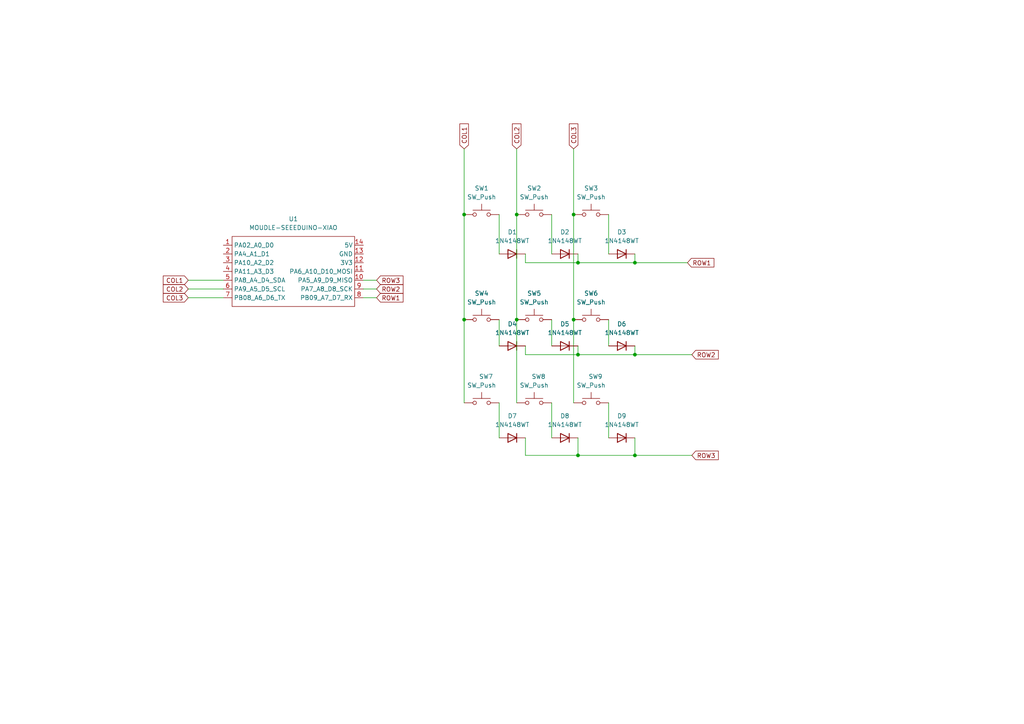
<source format=kicad_sch>
(kicad_sch (version 20230121) (generator eeschema)
  (paper "A4")
  (lib_symbols
    (symbol "Diode:1N4148WT" (pin_numbers hide) (pin_names hide)
      (property "Reference" "D" (at 0 2.54 0))
      (property "Value" "1N4148WT" (at 0 -2.54 0))
      (symbol "1N4148WT_0_1"
        (polyline (pts (xy -1.27 1.27) (xy -1.27 -1.27)) (stroke (width 0.254)))
        (polyline (pts (xy 1.27 0) (xy -1.27 0)))
        (polyline (pts (xy 1.27 1.27) (xy 1.27 -1.27) (xy -1.27 0) (xy 1.27 1.27)) (stroke (width 0.254)))
      )
      (symbol "1N4148WT_1_1"
        (pin passive line (at -3.81 0 0) (length 2.54) (name "K") (number "1"))
        (pin passive line (at 3.81 0 180) (length 2.54) (name "A") (number "2"))
      )
    )
    (symbol "Switch:SW_Push" (pin_numbers hide) (pin_names (offset 1.016) hide)
      (property "Reference" "SW" (at 1.27 2.54 0))
      (property "Value" "SW_Push" (at 0 -1.524 0))
      (symbol "SW_Push_0_1"
        (circle (center -2.032 0) (radius 0.508))
        (polyline (pts (xy 0 1.27) (xy 0 3.048)))
        (polyline (pts (xy 2.54 1.27) (xy -2.54 1.27)))
        (circle (center 2.032 0) (radius 0.508))
        (pin passive line (at -5.08 0 0) (length 2.54) (name "1") (number "1"))
        (pin passive line (at 5.08 0 180) (length 2.54) (name "2") (number "2"))
      )
    )
    (symbol "XIAO_RP2040:MOUDLE-SEEEDUINO-XIAO"
      (property "Reference" "U" (at -16.51 11.43 0))
      (property "Value" "MOUDLE-SEEEDUINO-XIAO" (at -3.81 -11.43 0))
      (symbol "MOUDLE-SEEEDUINO-XIAO_0_1"
        (rectangle (start -16.51 10.16) (end 19.05 -10.16))
      )
      (symbol "MOUDLE-SEEEDUINO-XIAO_1_1"
        (pin passive line (at -19.05 7.62 0) (length 2.54) (name "PA02_A0_D0") (number "1"))
        (pin passive line (at 21.59 -2.54 180) (length 2.54) (name "PA5_A9_D9_MISO") (number "10"))
        (pin passive line (at 21.59 0 180) (length 2.54) (name "PA6_A10_D10_MOSI") (number "11"))
        (pin passive line (at 21.59 2.54 180) (length 2.54) (name "3V3") (number "12"))
        (pin passive line (at 21.59 5.08 180) (length 2.54) (name "GND") (number "13"))
        (pin passive line (at 21.59 7.62 180) (length 2.54) (name "5V") (number "14"))
        (pin passive line (at -19.05 5.08 0) (length 2.54) (name "PA4_A1_D1") (number "2"))
        (pin passive line (at -19.05 2.54 0) (length 2.54) (name "PA10_A2_D2") (number "3"))
        (pin passive line (at -19.05 0 0) (length 2.54) (name "PA11_A3_D3") (number "4"))
        (pin passive line (at -19.05 -2.54 0) (length 2.54) (name "PA8_A4_D4_SDA") (number "5"))
        (pin passive line (at -19.05 -5.08 0) (length 2.54) (name "PA9_A5_D5_SCL") (number "6"))
        (pin passive line (at -19.05 -7.62 0) (length 2.54) (name "PB08_A6_D6_TX") (number "7"))
        (pin passive line (at 21.59 -7.62 180) (length 2.54) (name "PB09_A7_D7_RX") (number "8"))
        (pin passive line (at 21.59 -5.08 180) (length 2.54) (name "PA7_A8_D8_SCK") (number "9"))
      )
    )
  )
  (junction (at 184.15 102.87))
  (junction (at 167.64 132.08))
  (junction (at 167.64 76.2))
  (junction (at 166.37 92.71))
  (junction (at 149.86 62.23))
  (junction (at 134.62 62.23))
  (junction (at 184.15 76.2))
  (junction (at 167.64 102.87))
  (junction (at 134.62 92.71))
  (junction (at 166.37 62.23))
  (junction (at 149.86 92.71))
  (junction (at 184.15 132.08))
  (wire (pts (xy 166.37 92.71) (xy 166.37 62.23)))
  (wire (pts (xy 144.78 92.71) (xy 144.78 100.33)))
  (wire (pts (xy 149.86 62.23) (xy 149.86 92.71)))
  (wire (pts (xy 184.15 76.2) (xy 199.39 76.2)))
  (wire (pts (xy 144.78 62.23) (xy 144.78 73.66)))
  (wire (pts (xy 134.62 116.84) (xy 134.62 92.71)))
  (wire (pts (xy 105.41 83.82) (xy 109.22 83.82)))
  (wire (pts (xy 167.64 132.08) (xy 184.15 132.08)))
  (wire (pts (xy 167.64 102.87) (xy 184.15 102.87)))
  (wire (pts (xy 105.41 81.28) (xy 109.22 81.28)))
  (wire (pts (xy 54.61 86.36) (xy 64.77 86.36)))
  (wire (pts (xy 167.64 76.2) (xy 184.15 76.2)))
  (wire (pts (xy 134.62 92.71) (xy 134.62 62.23)))
  (wire (pts (xy 144.78 116.84) (xy 144.78 127)))
  (wire (pts (xy 54.61 81.28) (xy 64.77 81.28)))
  (wire (pts (xy 166.37 62.23) (xy 166.37 43.18)))
  (wire (pts (xy 184.15 132.08) (xy 200.66 132.08)))
  (wire (pts (xy 167.64 127) (xy 167.64 132.08)))
  (wire (pts (xy 152.4 102.87) (xy 167.64 102.87)))
  (wire (pts (xy 184.15 73.66) (xy 184.15 76.2)))
  (wire (pts (xy 167.64 100.33) (xy 167.64 102.87)))
  (wire (pts (xy 166.37 116.84) (xy 166.37 92.71)))
  (wire (pts (xy 149.86 43.18) (xy 149.86 62.23)))
  (wire (pts (xy 152.4 127) (xy 152.4 132.08)))
  (wire (pts (xy 152.4 73.66) (xy 152.4 76.2)))
  (wire (pts (xy 167.64 73.66) (xy 167.64 76.2)))
  (wire (pts (xy 184.15 102.87) (xy 200.66 102.87)))
  (wire (pts (xy 54.61 83.82) (xy 64.77 83.82)))
  (wire (pts (xy 176.53 62.23) (xy 176.53 73.66)))
  (wire (pts (xy 176.53 116.84) (xy 176.53 127)))
  (wire (pts (xy 152.4 76.2) (xy 167.64 76.2)))
  (wire (pts (xy 176.53 92.71) (xy 176.53 100.33)))
  (wire (pts (xy 134.62 62.23) (xy 134.62 43.18)))
  (wire (pts (xy 149.86 92.71) (xy 149.86 116.84)))
  (wire (pts (xy 160.02 92.71) (xy 160.02 100.33)))
  (wire (pts (xy 105.41 86.36) (xy 109.22 86.36)))
  (wire (pts (xy 184.15 100.33) (xy 184.15 102.87)))
  (wire (pts (xy 160.02 62.23) (xy 160.02 73.66)))
  (wire (pts (xy 160.02 116.84) (xy 160.02 127)))
  (wire (pts (xy 184.15 127) (xy 184.15 132.08)))
  (wire (pts (xy 152.4 100.33) (xy 152.4 102.87)))
  (wire (pts (xy 152.4 132.08) (xy 167.64 132.08)))
  (global_label "COL1" (shape input) (at 134.62 43.18 90) (property "Intersheetrefs" "${INTERSHEET_REFS}" (effects hide)))
  (global_label "COL1" (shape input) (at 54.61 81.28 180) (property "Intersheetrefs" "${INTERSHEET_REFS}" (effects hide)))
  (global_label "ROW3" (shape input) (at 109.22 81.28 0) (property "Intersheetrefs" "${INTERSHEET_REFS}" (effects hide)))
  (global_label "ROW1" (shape input) (at 109.22 86.36 0) (property "Intersheetrefs" "${INTERSHEET_REFS}" (effects hide)))
  (global_label "ROW3" (shape input) (at 200.66 132.08 0) (property "Intersheetrefs" "${INTERSHEET_REFS}" (effects hide)))
  (global_label "COL2" (shape input) (at 149.86 43.18 90) (property "Intersheetrefs" "${INTERSHEET_REFS}" (effects hide)))
  (global_label "ROW2" (shape input) (at 200.66 102.87 0) (property "Intersheetrefs" "${INTERSHEET_REFS}" (effects hide)))
  (global_label "ROW1" (shape input) (at 199.39 76.2 0) (property "Intersheetrefs" "${INTERSHEET_REFS}" (effects hide)))
  (global_label "COL3" (shape input) (at 166.37 43.18 90) (property "Intersheetrefs" "${INTERSHEET_REFS}" (effects hide)))
  (global_label "COL3" (shape input) (at 54.61 86.36 180) (property "Intersheetrefs" "${INTERSHEET_REFS}" (effects hide)))
  (global_label "COL2" (shape input) (at 54.61 83.82 180) (property "Intersheetrefs" "${INTERSHEET_REFS}" (effects hide)))
  (global_label "ROW2" (shape input) (at 109.22 83.82 0) (property "Intersheetrefs" "${INTERSHEET_REFS}" (effects hide)))
  (symbol (lib_id "Diode:1N4148WT") (at 163.83 127 180) (unit 1)
    (property "Reference" "D8" (at 163.83 120.65 0))
    (property "Value" "1N4148WT" (at 163.83 123.19 0))
    (property "Footprint" "Diode_THT:D_DO-35_SOD27_P7.62mm_Horizontal" (effects hide))
    (property "Datasheet" "https://www.diodes.com/assets/Datasheets/ds30396.pdf" (effects hide))
    (property "Sim.Device" "D" (effects hide))
    (property "Sim.Pins" "1=K 2=A" (effects hide))
  )
  (symbol (lib_id "Diode:1N4148WT") (at 163.83 100.33 180) (unit 1)
    (property "Reference" "D5" (at 163.83 93.98 0))
    (property "Value" "1N4148WT" (at 163.83 96.52 0))
    (property "Footprint" "Diode_THT:D_DO-35_SOD27_P7.62mm_Horizontal" (effects hide))
    (property "Datasheet" "https://www.diodes.com/assets/Datasheets/ds30396.pdf" (effects hide))
    (property "Sim.Device" "D" (effects hide))
    (property "Sim.Pins" "1=K 2=A" (effects hide))
  )
  (symbol (lib_id "Diode:1N4148WT") (at 180.34 127 180) (unit 1)
    (property "Reference" "D9" (at 180.34 120.65 0))
    (property "Value" "1N4148WT" (at 180.34 123.19 0))
    (property "Footprint" "Diode_THT:D_DO-35_SOD27_P7.62mm_Horizontal" (effects hide))
    (property "Datasheet" "https://www.diodes.com/assets/Datasheets/ds30396.pdf" (effects hide))
    (property "Sim.Device" "D" (effects hide))
    (property "Sim.Pins" "1=K 2=A" (effects hide))
  )
  (symbol (lib_id "Switch:SW_Push") (at 139.7 62.23 0) (unit 1)
    (property "Reference" "SW1" (at 139.7 54.61 0))
    (property "Value" "SW_Push" (at 139.7 57.15 0))
    (property "Footprint" "Button_Switch_Keyboard:SW_Cherry_MX_1.00u_PCB" (effects hide))
  )
  (symbol (lib_id "Diode:1N4148WT") (at 180.34 73.66 180) (unit 1)
    (property "Reference" "D3" (at 180.34 67.31 0))
    (property "Value" "1N4148WT" (at 180.34 69.85 0))
    (property "Footprint" "Diode_THT:D_DO-35_SOD27_P7.62mm_Horizontal" (effects hide))
    (property "Datasheet" "https://www.diodes.com/assets/Datasheets/ds30396.pdf" (effects hide))
    (property "Sim.Device" "D" (effects hide))
    (property "Sim.Pins" "1=K 2=A" (effects hide))
  )
  (symbol (lib_id "Diode:1N4148WT") (at 148.59 127 180) (unit 1)
    (property "Reference" "D7" (at 148.59 120.65 0))
    (property "Value" "1N4148WT" (at 148.59 123.19 0))
    (property "Footprint" "Diode_THT:D_DO-35_SOD27_P7.62mm_Horizontal" (effects hide))
    (property "Datasheet" "https://www.diodes.com/assets/Datasheets/ds30396.pdf" (effects hide))
    (property "Sim.Device" "D" (effects hide))
    (property "Sim.Pins" "1=K 2=A" (effects hide))
  )
  (symbol (lib_id "Diode:1N4148WT") (at 163.83 73.66 180) (unit 1)
    (property "Reference" "D2" (at 163.83 67.31 0))
    (property "Value" "1N4148WT" (at 163.83 69.85 0))
    (property "Footprint" "Diode_THT:D_DO-35_SOD27_P7.62mm_Horizontal" (effects hide))
    (property "Datasheet" "https://www.diodes.com/assets/Datasheets/ds30396.pdf" (effects hide))
    (property "Sim.Device" "D" (effects hide))
    (property "Sim.Pins" "1=K 2=A" (effects hide))
  )
  (symbol (lib_id "Switch:SW_Push") (at 171.45 116.84 0) (unit 1)
    (property "Reference" "SW9" (at 172.72 109.22 0))
    (property "Value" "SW_Push" (at 171.45 111.76 0))
    (property "Footprint" "Button_Switch_Keyboard:SW_Cherry_MX_1.00u_PCB" (effects hide))
  )
  (symbol (lib_id "Switch:SW_Push") (at 154.94 116.84 0) (unit 1)
    (property "Reference" "SW8" (at 156.21 109.22 0))
    (property "Value" "SW_Push" (at 154.94 111.76 0))
    (property "Footprint" "Button_Switch_Keyboard:SW_Cherry_MX_1.00u_PCB" (effects hide))
  )
  (symbol (lib_id "Switch:SW_Push") (at 139.7 116.84 0) (unit 1)
    (property "Reference" "SW7" (at 140.97 109.22 0))
    (property "Value" "SW_Push" (at 139.7 111.76 0))
    (property "Footprint" "Button_Switch_Keyboard:SW_Cherry_MX_1.00u_PCB" (effects hide))
  )
  (symbol (lib_id "Diode:1N4148WT") (at 148.59 100.33 180) (unit 1)
    (property "Reference" "D4" (at 148.59 93.98 0))
    (property "Value" "1N4148WT" (at 148.59 96.52 0))
    (property "Footprint" "Diode_THT:D_DO-35_SOD27_P7.62mm_Horizontal" (effects hide))
    (property "Datasheet" "https://www.diodes.com/assets/Datasheets/ds30396.pdf" (effects hide))
    (property "Sim.Device" "D" (effects hide))
    (property "Sim.Pins" "1=K 2=A" (effects hide))
  )
  (symbol (lib_id "Switch:SW_Push") (at 171.45 62.23 0) (unit 1)
    (property "Reference" "SW3" (at 171.45 54.61 0))
    (property "Value" "SW_Push" (at 171.45 57.15 0))
    (property "Footprint" "Button_Switch_Keyboard:SW_Cherry_MX_1.00u_PCB" (effects hide))
  )
  (symbol (lib_id "Diode:1N4148WT") (at 180.34 100.33 180) (unit 1)
    (property "Reference" "D6" (at 180.34 93.98 0))
    (property "Value" "1N4148WT" (at 180.34 96.52 0))
    (property "Footprint" "Diode_THT:D_DO-35_SOD27_P7.62mm_Horizontal" (effects hide))
    (property "Datasheet" "https://www.diodes.com/assets/Datasheets/ds30396.pdf" (effects hide))
    (property "Sim.Device" "D" (effects hide))
    (property "Sim.Pins" "1=K 2=A" (effects hide))
  )
  (symbol (lib_id "Switch:SW_Push") (at 154.94 92.71 0) (unit 1)
    (property "Reference" "SW5" (at 154.94 85.09 0))
    (property "Value" "SW_Push" (at 154.94 87.63 0))
    (property "Footprint" "Button_Switch_Keyboard:SW_Cherry_MX_1.00u_PCB" (effects hide))
  )
  (symbol (lib_id "Switch:SW_Push") (at 154.94 62.23 0) (unit 1)
    (property "Reference" "SW2" (at 154.94 54.61 0))
    (property "Value" "SW_Push" (at 154.94 57.15 0))
    (property "Footprint" "Button_Switch_Keyboard:SW_Cherry_MX_1.00u_PCB" (effects hide))
  )
  (symbol (lib_id "XIAO_RP2040:MOUDLE-SEEEDUINO-XIAO") (at 83.82 78.74 0) (unit 1)
    (property "Reference" "U1" (at 85.09 63.5 0))
    (property "Value" "MOUDLE-SEEEDUINO-XIAO" (at 85.09 66.04 0))
    (property "Footprint" "footprints:XIAO-Generic-Hybrid-14P-2.54-21X17.8MM" (effects hide))
  )
  (symbol (lib_id "Switch:SW_Push") (at 171.45 92.71 0) (unit 1)
    (property "Reference" "SW6" (at 171.45 85.09 0))
    (property "Value" "SW_Push" (at 171.45 87.63 0))
    (property "Footprint" "Button_Switch_Keyboard:SW_Cherry_MX_1.00u_PCB" (effects hide))
  )
  (symbol (lib_id "Diode:1N4148WT") (at 148.59 73.66 180) (unit 1)
    (property "Reference" "D1" (at 148.59 67.31 0))
    (property "Value" "1N4148WT" (at 148.59 69.85 0))
    (property "Footprint" "Diode_THT:D_DO-35_SOD27_P7.62mm_Horizontal" (effects hide))
    (property "Datasheet" "https://www.diodes.com/assets/Datasheets/ds30396.pdf" (effects hide))
    (property "Sim.Device" "D" (effects hide))
    (property "Sim.Pins" "1=K 2=A" (effects hide))
  )
  (symbol (lib_id "Switch:SW_Push") (at 139.7 92.71 0) (unit 1)
    (property "Reference" "SW4" (at 139.7 85.09 0))
    (property "Value" "SW_Push" (at 139.7 87.63 0))
    (property "Footprint" "Button_Switch_Keyboard:SW_Cherry_MX_1.00u_PCB" (effects hide))
  )
)
</source>
